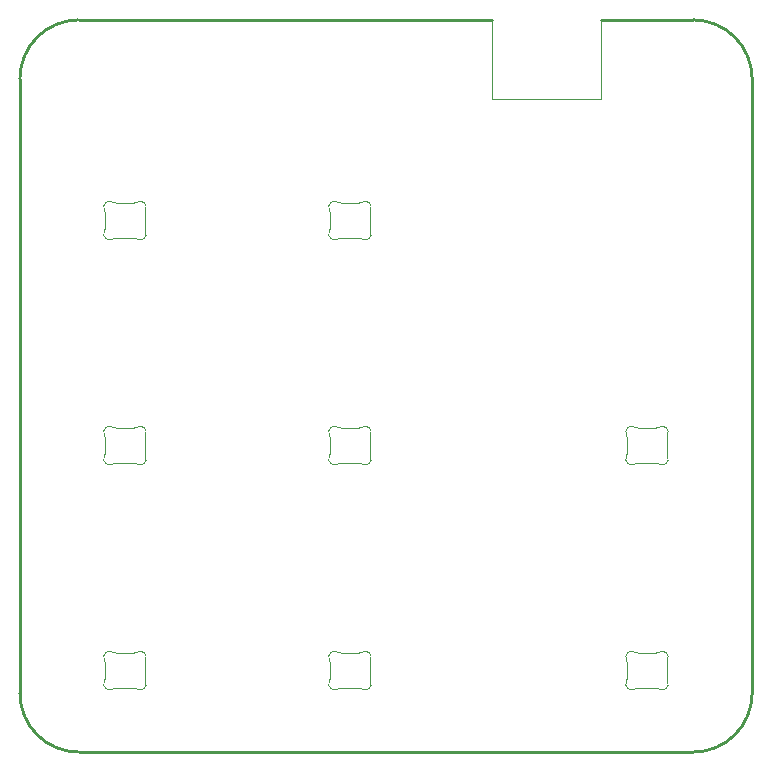
<source format=gbr>
%TF.GenerationSoftware,KiCad,Pcbnew,6.0.0*%
%TF.CreationDate,2022-01-07T19:46:57+01:00*%
%TF.ProjectId,1337-v4.0,31333337-2d76-4342-9e30-2e6b69636164,4.0*%
%TF.SameCoordinates,Original*%
%TF.FileFunction,Profile,NP*%
%FSLAX46Y46*%
G04 Gerber Fmt 4.6, Leading zero omitted, Abs format (unit mm)*
G04 Created by KiCad (PCBNEW 6.0.0) date 2022-01-07 19:46:57*
%MOMM*%
%LPD*%
G01*
G04 APERTURE LIST*
%TA.AperFunction,Profile*%
%ADD10C,0.250000*%
%TD*%
%TA.AperFunction,Profile*%
%ADD11C,0.100000*%
%TD*%
G04 APERTURE END LIST*
D10*
X78459229Y-34370772D02*
G75*
G03*
X73459230Y-39370771I1J-5000000D01*
G01*
X78459229Y-96370771D02*
X130459229Y-96370771D01*
X73459230Y-91370771D02*
G75*
G03*
X78459229Y-96370770I5000000J1D01*
G01*
X130459229Y-34370771D02*
X122634229Y-34370771D01*
X113394229Y-34370771D02*
X78459229Y-34370771D01*
X135459228Y-39370771D02*
G75*
G03*
X130459229Y-34370772I-5000000J-1D01*
G01*
X130459229Y-96370770D02*
G75*
G03*
X135459228Y-91370771I-1J5000000D01*
G01*
X73459229Y-39370771D02*
X73459229Y-91370771D01*
X135459229Y-91370771D02*
X135459229Y-39370771D01*
D11*
%TO.C,D5*%
X127349931Y-71919520D02*
X125761027Y-71919520D01*
X125761027Y-68919521D02*
X127349932Y-68919521D01*
X128255478Y-69716678D02*
X128255478Y-71122362D01*
X124855480Y-71122362D02*
X124855480Y-69716678D01*
X124805995Y-71339240D02*
G75*
G03*
X125508768Y-71987817I450515J-216877D01*
G01*
X125761027Y-71919520D02*
G75*
G03*
X125508769Y-71987819I3J-500009D01*
G01*
X125508768Y-68851221D02*
G75*
G03*
X124805995Y-69499800I-252258J-431701D01*
G01*
X128304963Y-69499800D02*
G75*
G03*
X128255478Y-69716677I450505J-216876D01*
G01*
X125508768Y-68851221D02*
G75*
G03*
X125761026Y-68919520I252261J431710D01*
G01*
X124855480Y-69716678D02*
G75*
G03*
X124805995Y-69499800I-499990J2D01*
G01*
X127602190Y-71987819D02*
G75*
G03*
X127349931Y-71919520I-252261J-431710D01*
G01*
X124805995Y-71339240D02*
G75*
G03*
X124855480Y-71122363I-450505J216876D01*
G01*
X128304964Y-69499800D02*
G75*
G03*
X127602190Y-68851222I-450516J216877D01*
G01*
X128255478Y-71122362D02*
G75*
G03*
X128304963Y-71339240I499990J-2D01*
G01*
X127349932Y-68919521D02*
G75*
G03*
X127602190Y-68851222I-3J500009D01*
G01*
X127602190Y-71987819D02*
G75*
G03*
X128304963Y-71339239I252259J431700D01*
G01*
%TO.C,D6*%
X81561027Y-87969521D02*
X83149932Y-87969521D01*
X83149931Y-90969520D02*
X81561027Y-90969520D01*
X84055478Y-88766678D02*
X84055478Y-90172362D01*
X80655480Y-90172362D02*
X80655480Y-88766678D01*
X84104963Y-88549800D02*
G75*
G03*
X84055478Y-88766677I450505J-216876D01*
G01*
X84055478Y-90172362D02*
G75*
G03*
X84104963Y-90389240I499990J-2D01*
G01*
X80655480Y-88766678D02*
G75*
G03*
X80605995Y-88549800I-499990J2D01*
G01*
X83402190Y-91037819D02*
G75*
G03*
X83149931Y-90969520I-252261J-431710D01*
G01*
X84104964Y-88549800D02*
G75*
G03*
X83402190Y-87901222I-450516J216877D01*
G01*
X83149932Y-87969521D02*
G75*
G03*
X83402190Y-87901222I-3J500009D01*
G01*
X81308768Y-87901221D02*
G75*
G03*
X80605995Y-88549800I-252258J-431701D01*
G01*
X81308768Y-87901221D02*
G75*
G03*
X81561026Y-87969520I252261J431710D01*
G01*
X80605995Y-90389240D02*
G75*
G03*
X80655480Y-90172363I-450505J216876D01*
G01*
X80605995Y-90389240D02*
G75*
G03*
X81308768Y-91037817I450515J-216877D01*
G01*
X81561027Y-90969520D02*
G75*
G03*
X81308769Y-91037819I3J-500009D01*
G01*
X83402190Y-91037819D02*
G75*
G03*
X84104963Y-90389239I252259J431700D01*
G01*
%TO.C,D1*%
X81561027Y-49869521D02*
X83149932Y-49869521D01*
X83149931Y-52869520D02*
X81561027Y-52869520D01*
X80655480Y-52072362D02*
X80655480Y-50666678D01*
X84055478Y-50666678D02*
X84055478Y-52072362D01*
X80655480Y-50666678D02*
G75*
G03*
X80605995Y-50449800I-499990J2D01*
G01*
X81308768Y-49801221D02*
G75*
G03*
X80605995Y-50449800I-252258J-431701D01*
G01*
X84104964Y-50449800D02*
G75*
G03*
X83402190Y-49801222I-450516J216877D01*
G01*
X83402190Y-52937819D02*
G75*
G03*
X83149931Y-52869520I-252261J-431710D01*
G01*
X83402190Y-52937819D02*
G75*
G03*
X84104963Y-52289239I252259J431700D01*
G01*
X84104963Y-50449800D02*
G75*
G03*
X84055478Y-50666677I450505J-216876D01*
G01*
X80605995Y-52289240D02*
G75*
G03*
X80655480Y-52072363I-450505J216876D01*
G01*
X81308768Y-49801221D02*
G75*
G03*
X81561026Y-49869520I252261J431710D01*
G01*
X84055478Y-52072362D02*
G75*
G03*
X84104963Y-52289240I499990J-2D01*
G01*
X83149932Y-49869521D02*
G75*
G03*
X83402190Y-49801222I-3J500009D01*
G01*
X81561027Y-52869520D02*
G75*
G03*
X81308769Y-52937819I3J-500009D01*
G01*
X80605995Y-52289240D02*
G75*
G03*
X81308768Y-52937817I450515J-216877D01*
G01*
%TO.C,D2*%
X100611027Y-49869521D02*
X102199932Y-49869521D01*
X99705480Y-52072362D02*
X99705480Y-50666678D01*
X103105478Y-50666678D02*
X103105478Y-52072362D01*
X102199931Y-52869520D02*
X100611027Y-52869520D01*
X99705480Y-50666678D02*
G75*
G03*
X99655995Y-50449800I-499990J2D01*
G01*
X99655995Y-52289240D02*
G75*
G03*
X99705480Y-52072363I-450505J216876D01*
G01*
X102199932Y-49869521D02*
G75*
G03*
X102452190Y-49801222I-3J500009D01*
G01*
X103154963Y-50449800D02*
G75*
G03*
X103105478Y-50666677I450505J-216876D01*
G01*
X100358768Y-49801221D02*
G75*
G03*
X100611026Y-49869520I252261J431710D01*
G01*
X102452190Y-52937819D02*
G75*
G03*
X103154963Y-52289239I252259J431700D01*
G01*
X102452190Y-52937819D02*
G75*
G03*
X102199931Y-52869520I-252261J-431710D01*
G01*
X103105478Y-52072362D02*
G75*
G03*
X103154963Y-52289240I499990J-2D01*
G01*
X103154964Y-50449800D02*
G75*
G03*
X102452190Y-49801222I-450516J216877D01*
G01*
X100611027Y-52869520D02*
G75*
G03*
X100358769Y-52937819I3J-500009D01*
G01*
X99655995Y-52289240D02*
G75*
G03*
X100358768Y-52937817I450515J-216877D01*
G01*
X100358768Y-49801221D02*
G75*
G03*
X99655995Y-50449800I-252258J-431701D01*
G01*
%TO.C,D3*%
X80655480Y-71122362D02*
X80655480Y-69716678D01*
X81561027Y-68919521D02*
X83149932Y-68919521D01*
X83149931Y-71919520D02*
X81561027Y-71919520D01*
X84055478Y-69716678D02*
X84055478Y-71122362D01*
X80655480Y-69716678D02*
G75*
G03*
X80605995Y-69499800I-499990J2D01*
G01*
X84104963Y-69499800D02*
G75*
G03*
X84055478Y-69716677I450505J-216876D01*
G01*
X81561027Y-71919520D02*
G75*
G03*
X81308769Y-71987819I3J-500009D01*
G01*
X83149932Y-68919521D02*
G75*
G03*
X83402190Y-68851222I-3J500009D01*
G01*
X81308768Y-68851221D02*
G75*
G03*
X81561026Y-68919520I252261J431710D01*
G01*
X80605995Y-71339240D02*
G75*
G03*
X81308768Y-71987817I450515J-216877D01*
G01*
X81308768Y-68851221D02*
G75*
G03*
X80605995Y-69499800I-252258J-431701D01*
G01*
X80605995Y-71339240D02*
G75*
G03*
X80655480Y-71122363I-450505J216876D01*
G01*
X83402190Y-71987819D02*
G75*
G03*
X83149931Y-71919520I-252261J-431710D01*
G01*
X83402190Y-71987819D02*
G75*
G03*
X84104963Y-71339239I252259J431700D01*
G01*
X84055478Y-71122362D02*
G75*
G03*
X84104963Y-71339240I499990J-2D01*
G01*
X84104964Y-69499800D02*
G75*
G03*
X83402190Y-68851222I-450516J216877D01*
G01*
%TO.C,D7*%
X103105478Y-88766678D02*
X103105478Y-90172362D01*
X100611027Y-87969521D02*
X102199932Y-87969521D01*
X102199931Y-90969520D02*
X100611027Y-90969520D01*
X99705480Y-90172362D02*
X99705480Y-88766678D01*
X100358768Y-87901221D02*
G75*
G03*
X100611026Y-87969520I252261J431710D01*
G01*
X103154963Y-88549800D02*
G75*
G03*
X103105478Y-88766677I450505J-216876D01*
G01*
X100358768Y-87901221D02*
G75*
G03*
X99655995Y-88549800I-252258J-431701D01*
G01*
X100611027Y-90969520D02*
G75*
G03*
X100358769Y-91037819I3J-500009D01*
G01*
X99655995Y-90389240D02*
G75*
G03*
X100358768Y-91037817I450515J-216877D01*
G01*
X102199932Y-87969521D02*
G75*
G03*
X102452190Y-87901222I-3J500009D01*
G01*
X99655995Y-90389240D02*
G75*
G03*
X99705480Y-90172363I-450505J216876D01*
G01*
X102452190Y-91037819D02*
G75*
G03*
X102199931Y-90969520I-252261J-431710D01*
G01*
X103105478Y-90172362D02*
G75*
G03*
X103154963Y-90389240I499990J-2D01*
G01*
X102452190Y-91037819D02*
G75*
G03*
X103154963Y-90389239I252259J431700D01*
G01*
X103154964Y-88549800D02*
G75*
G03*
X102452190Y-87901222I-450516J216877D01*
G01*
X99705480Y-88766678D02*
G75*
G03*
X99655995Y-88549800I-499990J2D01*
G01*
%TO.C,D8*%
X125761027Y-87969521D02*
X127349932Y-87969521D01*
X128255478Y-88766678D02*
X128255478Y-90172362D01*
X127349931Y-90969520D02*
X125761027Y-90969520D01*
X124855480Y-90172362D02*
X124855480Y-88766678D01*
X124805995Y-90389240D02*
G75*
G03*
X125508768Y-91037817I450515J-216877D01*
G01*
X128304964Y-88549800D02*
G75*
G03*
X127602190Y-87901222I-450516J216877D01*
G01*
X128255478Y-90172362D02*
G75*
G03*
X128304963Y-90389240I499990J-2D01*
G01*
X127602190Y-91037819D02*
G75*
G03*
X128304963Y-90389239I252259J431700D01*
G01*
X125761027Y-90969520D02*
G75*
G03*
X125508769Y-91037819I3J-500009D01*
G01*
X124855480Y-88766678D02*
G75*
G03*
X124805995Y-88549800I-499990J2D01*
G01*
X127602190Y-91037819D02*
G75*
G03*
X127349931Y-90969520I-252261J-431710D01*
G01*
X125508768Y-87901221D02*
G75*
G03*
X125761026Y-87969520I252261J431710D01*
G01*
X127349932Y-87969521D02*
G75*
G03*
X127602190Y-87901222I-3J500009D01*
G01*
X125508768Y-87901221D02*
G75*
G03*
X124805995Y-88549800I-252258J-431701D01*
G01*
X124805995Y-90389240D02*
G75*
G03*
X124855480Y-90172363I-450505J216876D01*
G01*
X128304963Y-88549800D02*
G75*
G03*
X128255478Y-88766677I450505J-216876D01*
G01*
%TO.C,D4*%
X103105478Y-69716678D02*
X103105478Y-71122362D01*
X100611027Y-68919521D02*
X102199932Y-68919521D01*
X99705480Y-71122362D02*
X99705480Y-69716678D01*
X102199931Y-71919520D02*
X100611027Y-71919520D01*
X99655995Y-71339240D02*
G75*
G03*
X99705480Y-71122363I-450505J216876D01*
G01*
X102452190Y-71987819D02*
G75*
G03*
X103154963Y-71339239I252259J431700D01*
G01*
X102199932Y-68919521D02*
G75*
G03*
X102452190Y-68851222I-3J500009D01*
G01*
X100611027Y-71919520D02*
G75*
G03*
X100358769Y-71987819I3J-500009D01*
G01*
X100358768Y-68851221D02*
G75*
G03*
X100611026Y-68919520I252261J431710D01*
G01*
X103154964Y-69499800D02*
G75*
G03*
X102452190Y-68851222I-450516J216877D01*
G01*
X100358768Y-68851221D02*
G75*
G03*
X99655995Y-69499800I-252258J-431701D01*
G01*
X99655995Y-71339240D02*
G75*
G03*
X100358768Y-71987817I450515J-216877D01*
G01*
X102452190Y-71987819D02*
G75*
G03*
X102199931Y-71919520I-252261J-431710D01*
G01*
X103154963Y-69499800D02*
G75*
G03*
X103105478Y-69716677I450505J-216876D01*
G01*
X99705480Y-69716678D02*
G75*
G03*
X99655995Y-69499800I-499990J2D01*
G01*
X103105478Y-71122362D02*
G75*
G03*
X103154963Y-71339240I499990J-2D01*
G01*
%TO.C,J1*%
X113394229Y-34370771D02*
X113394229Y-41070771D01*
X122634229Y-34370771D02*
X122634229Y-41070771D01*
X113394229Y-41070771D02*
X122634229Y-41070771D01*
%TD*%
M02*

</source>
